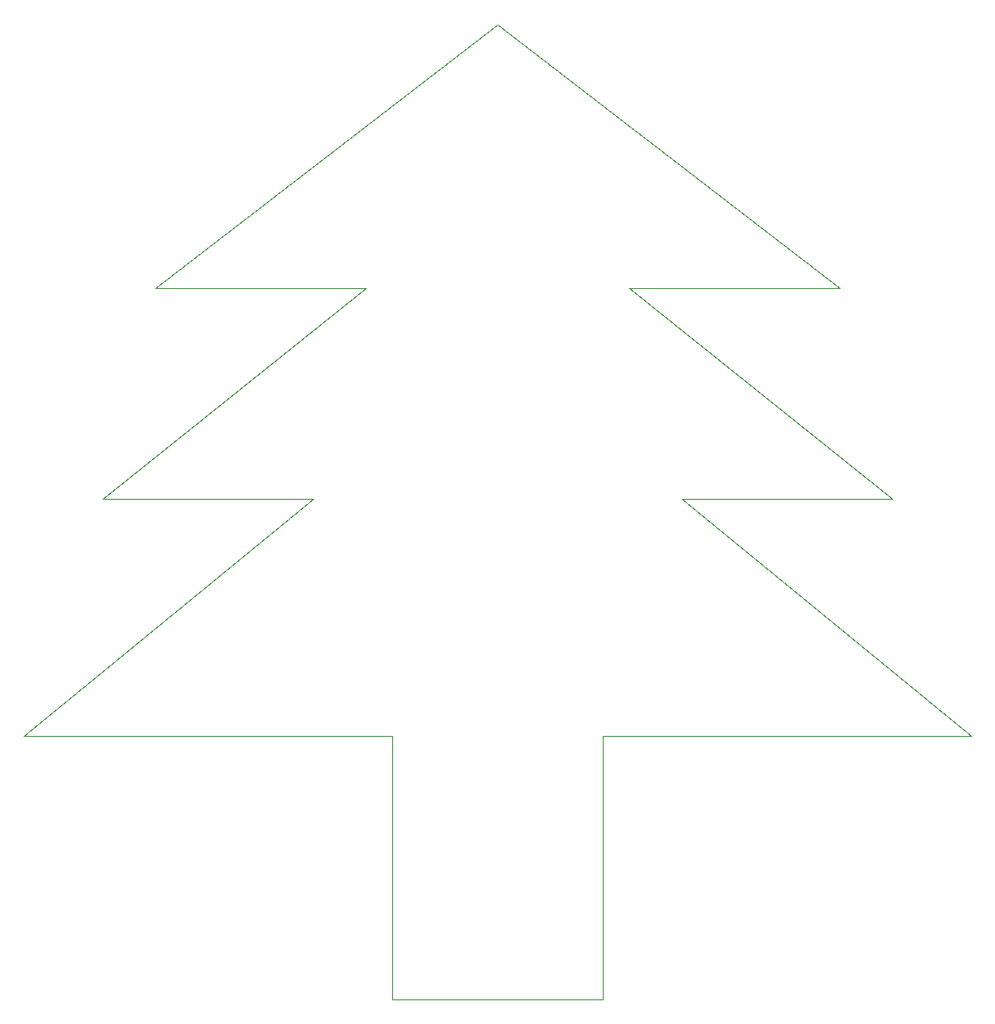
<source format=gbr>
G04 #@! TF.GenerationSoftware,KiCad,Pcbnew,5.1.4-3.fc30*
G04 #@! TF.CreationDate,2019-12-08T15:57:42-08:00*
G04 #@! TF.ProjectId,ChristmasTree,43687269-7374-46d6-9173-547265652e6b,rev?*
G04 #@! TF.SameCoordinates,Original*
G04 #@! TF.FileFunction,Profile,NP*
%FSLAX46Y46*%
G04 Gerber Fmt 4.6, Leading zero omitted, Abs format (unit mm)*
G04 Created by KiCad (PCBNEW 5.1.4-3.fc30) date 2019-12-08 15:57:42*
%MOMM*%
%LPD*%
G04 APERTURE LIST*
%ADD10C,0.050000*%
G04 APERTURE END LIST*
D10*
X228600000Y-149860000D02*
X248920000Y-149860000D01*
X226060000Y-81280000D02*
X205740000Y-81280000D01*
X193040000Y-124460000D02*
X220980000Y-101600000D01*
X228600000Y-149860000D02*
X228600000Y-124460000D01*
X228600000Y-124460000D02*
X193040000Y-124460000D01*
X220980000Y-101600000D02*
X200660000Y-101600000D01*
X205740000Y-81280000D02*
X238760000Y-55880000D01*
X200660000Y-101600000D02*
X226060000Y-81280000D01*
X271780000Y-81280000D02*
X238760000Y-55880000D01*
X251460000Y-81280000D02*
X271780000Y-81280000D01*
X276860000Y-101600000D02*
X251460000Y-81280000D01*
X256540000Y-101600000D02*
X276860000Y-101600000D01*
X284480000Y-124460000D02*
X256540000Y-101600000D01*
X248920000Y-124460000D02*
X284480000Y-124460000D01*
X248920000Y-149860000D02*
X248920000Y-124460000D01*
M02*

</source>
